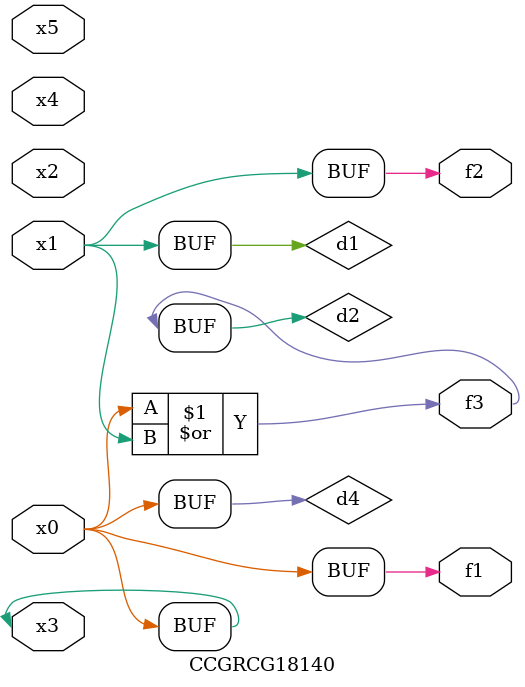
<source format=v>
module CCGRCG18140(
	input x0, x1, x2, x3, x4, x5,
	output f1, f2, f3
);

	wire d1, d2, d3, d4;

	and (d1, x1);
	or (d2, x0, x1);
	nand (d3, x0, x5);
	buf (d4, x0, x3);
	assign f1 = d4;
	assign f2 = d1;
	assign f3 = d2;
endmodule

</source>
